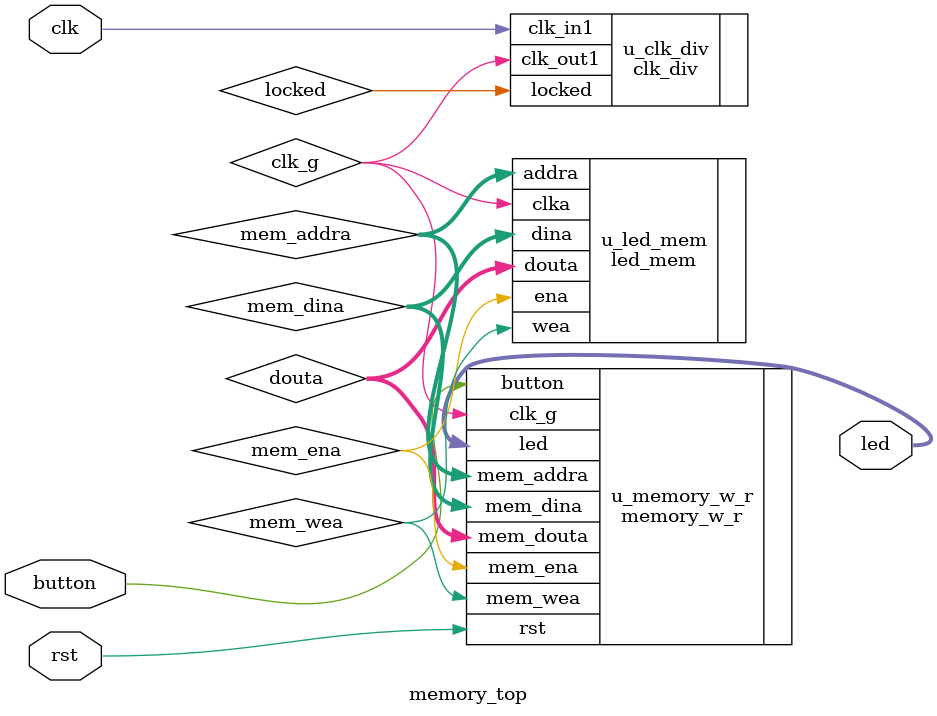
<source format=v>
module memory_top (
    input  wire        clk   ,
	input  wire        rst   ,
	input  wire        button,
	output wire [15:0] led   
);

wire clk_g;
wire locked;
wire [15:0] douta;
wire mem_ena;
wire [0:0] mem_wea;
wire [3:0] mem_addra;
wire [15:0] mem_dina;

clk_div u_clk_div (
	.clk_in1	(clk   ),
	.clk_out1	(clk_g ),
	.locked		(locked)
);

memory_w_r u_memory_w_r (
	.clk_g	(clk_g),
    .rst    (rst),
    .button (button),
    .mem_douta (douta), 
    .mem_ena  (mem_ena),
    .mem_wea  (mem_wea),
    .mem_addra (mem_addra),
    .mem_dina (mem_dina),
    .led (led)
);

led_mem u_led_mem (
	.clka	(clk_g  ),
	.ena	(mem_ena  ),
	.wea	(mem_wea  ),
	.addra  (mem_addra),
	.dina	(mem_dina ),
	.douta	(douta)
);

endmodule
</source>
